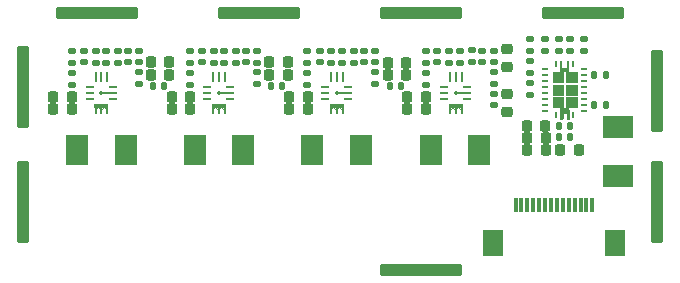
<source format=gbr>
G04 #@! TF.GenerationSoftware,KiCad,Pcbnew,(6.0.4)*
G04 #@! TF.CreationDate,2022-07-06T17:35:23+08:00*
G04 #@! TF.ProjectId,MP2145S_EVB,4d503231-3435-4535-9f45-56422e6b6963,rev?*
G04 #@! TF.SameCoordinates,PX5e56640PY77750e0*
G04 #@! TF.FileFunction,Paste,Bot*
G04 #@! TF.FilePolarity,Positive*
%FSLAX46Y46*%
G04 Gerber Fmt 4.6, Leading zero omitted, Abs format (unit mm)*
G04 Created by KiCad (PCBNEW (6.0.4)) date 2022-07-06 17:35:23*
%MOMM*%
%LPD*%
G01*
G04 APERTURE LIST*
G04 Aperture macros list*
%AMRoundRect*
0 Rectangle with rounded corners*
0 $1 Rounding radius*
0 $2 $3 $4 $5 $6 $7 $8 $9 X,Y pos of 4 corners*
0 Add a 4 corners polygon primitive as box body*
4,1,4,$2,$3,$4,$5,$6,$7,$8,$9,$2,$3,0*
0 Add four circle primitives for the rounded corners*
1,1,$1+$1,$2,$3*
1,1,$1+$1,$4,$5*
1,1,$1+$1,$6,$7*
1,1,$1+$1,$8,$9*
0 Add four rect primitives between the rounded corners*
20,1,$1+$1,$2,$3,$4,$5,0*
20,1,$1+$1,$4,$5,$6,$7,0*
20,1,$1+$1,$6,$7,$8,$9,0*
20,1,$1+$1,$8,$9,$2,$3,0*%
%AMOutline4P*
0 Free polygon, 4 corners , with rotation*
0 The origin of the aperture is its center*
0 number of corners: always 4*
0 $1 to $8 corner X, Y*
0 $9 Rotation angle, in degrees counterclockwise*
0 create outline with 4 corners*
4,1,4,$1,$2,$3,$4,$5,$6,$7,$8,$1,$2,$9*%
G04 Aperture macros list end*
%ADD10C,0.010000*%
%ADD11RoundRect,0.225000X0.225000X0.250000X-0.225000X0.250000X-0.225000X-0.250000X0.225000X-0.250000X0*%
%ADD12RoundRect,0.140000X0.140000X0.170000X-0.140000X0.170000X-0.140000X-0.170000X0.140000X-0.170000X0*%
%ADD13RoundRect,0.140000X-0.170000X0.140000X-0.170000X-0.140000X0.170000X-0.140000X0.170000X0.140000X0*%
%ADD14RoundRect,0.140000X0.170000X-0.140000X0.170000X0.140000X-0.170000X0.140000X-0.170000X-0.140000X0*%
%ADD15RoundRect,0.140000X-0.140000X-0.170000X0.140000X-0.170000X0.140000X0.170000X-0.140000X0.170000X0*%
%ADD16RoundRect,0.225000X-0.225000X-0.250000X0.225000X-0.250000X0.225000X0.250000X-0.225000X0.250000X0*%
%ADD17R,2.500000X1.900000*%
%ADD18RoundRect,0.135000X0.185000X-0.135000X0.185000X0.135000X-0.185000X0.135000X-0.185000X-0.135000X0*%
%ADD19RoundRect,0.135000X-0.135000X-0.185000X0.135000X-0.185000X0.135000X0.185000X-0.135000X0.185000X0*%
%ADD20RoundRect,0.135000X-0.185000X0.135000X-0.185000X-0.135000X0.185000X-0.135000X0.185000X0.135000X0*%
%ADD21R,0.240000X0.600000*%
%ADD22R,0.600000X0.240000*%
%ADD23R,0.240000X0.990000*%
%ADD24R,0.517500X0.427500*%
%ADD25R,1.800000X2.200000*%
%ADD26R,0.300000X1.300000*%
%ADD27RoundRect,0.225000X-0.250000X0.225000X-0.250000X-0.225000X0.250000X-0.225000X0.250000X0.225000X0*%
%ADD28RoundRect,0.225000X0.250000X-0.225000X0.250000X0.225000X-0.250000X0.225000X-0.250000X-0.225000X0*%
%ADD29R,1.900000X2.500000*%
%ADD30O,0.750000X0.250000*%
%ADD31O,0.250000X0.900000*%
%ADD32O,0.500000X0.300000*%
%ADD33Outline4P,-0.050000X-0.150000X0.050000X-0.150000X0.050000X0.150000X-0.050000X0.150000X225.000000*%
%ADD34Outline4P,-0.050000X-0.150000X0.050000X-0.150000X0.050000X0.150000X-0.050000X0.150000X45.000000*%
%ADD35Outline4P,-0.050000X-0.150000X0.050000X-0.150000X0.050000X0.150000X-0.050000X0.150000X135.000000*%
%ADD36RoundRect,0.100000X-0.525000X-0.100000X0.525000X-0.100000X0.525000X0.100000X-0.525000X0.100000X0*%
%ADD37RoundRect,0.147500X-0.172500X0.147500X-0.172500X-0.147500X0.172500X-0.147500X0.172500X0.147500X0*%
%ADD38RoundRect,0.275000X3.225000X0.275000X-3.225000X0.275000X-3.225000X-0.275000X3.225000X-0.275000X0*%
%ADD39RoundRect,0.275000X0.275000X-3.225000X0.275000X3.225000X-0.275000X3.225000X-0.275000X-3.225000X0*%
G04 APERTURE END LIST*
G04 #@! TO.C,U1*
G36*
X58090000Y25895000D02*
G01*
X57170000Y25895000D01*
X57170000Y26745000D01*
X58090000Y26745000D01*
X58090000Y25895000D01*
G37*
D10*
X58090000Y25895000D02*
X57170000Y25895000D01*
X57170000Y26745000D01*
X58090000Y26745000D01*
X58090000Y25895000D01*
G36*
X56970000Y24845000D02*
G01*
X56050000Y24845000D01*
X56050000Y25695000D01*
X56970000Y25695000D01*
X56970000Y24845000D01*
G37*
X56970000Y24845000D02*
X56050000Y24845000D01*
X56050000Y25695000D01*
X56970000Y25695000D01*
X56970000Y24845000D01*
G36*
X58090000Y26945000D02*
G01*
X57170000Y26945000D01*
X57170000Y27795000D01*
X58090000Y27795000D01*
X58090000Y26945000D01*
G37*
X58090000Y26945000D02*
X57170000Y26945000D01*
X57170000Y27795000D01*
X58090000Y27795000D01*
X58090000Y26945000D01*
G36*
X56970000Y26945000D02*
G01*
X56050000Y26945000D01*
X56050000Y27795000D01*
X56970000Y27795000D01*
X56970000Y26945000D01*
G37*
X56970000Y26945000D02*
X56050000Y26945000D01*
X56050000Y27795000D01*
X56970000Y27795000D01*
X56970000Y26945000D01*
G36*
X58090000Y24845000D02*
G01*
X57170000Y24845000D01*
X57170000Y25695000D01*
X58090000Y25695000D01*
X58090000Y24845000D01*
G37*
X58090000Y24845000D02*
X57170000Y24845000D01*
X57170000Y25695000D01*
X58090000Y25695000D01*
X58090000Y24845000D01*
G36*
X56970000Y25895000D02*
G01*
X56050000Y25895000D01*
X56050000Y26745000D01*
X56970000Y26745000D01*
X56970000Y25895000D01*
G37*
X56970000Y25895000D02*
X56050000Y25895000D01*
X56050000Y26745000D01*
X56970000Y26745000D01*
X56970000Y25895000D01*
G36*
X57445000Y23920000D02*
G01*
X57444931Y23917383D01*
X57444726Y23914774D01*
X57444384Y23912178D01*
X57443907Y23909604D01*
X57443296Y23907059D01*
X57442553Y23904549D01*
X57441679Y23902082D01*
X57440677Y23899663D01*
X57439550Y23897300D01*
X57438301Y23895000D01*
X57436934Y23892768D01*
X57435451Y23890611D01*
X57433857Y23888534D01*
X57432157Y23886543D01*
X57430355Y23884645D01*
X57428457Y23882843D01*
X57426466Y23881143D01*
X57424389Y23879549D01*
X57422232Y23878066D01*
X57420000Y23876699D01*
X57417700Y23875450D01*
X57415337Y23874323D01*
X57412918Y23873321D01*
X57410451Y23872447D01*
X57407941Y23871704D01*
X57405396Y23871093D01*
X57402822Y23870616D01*
X57400226Y23870274D01*
X57397617Y23870069D01*
X57395000Y23870000D01*
X57295000Y23870000D01*
X57292383Y23870069D01*
X57289774Y23870274D01*
X57287178Y23870616D01*
X57284604Y23871093D01*
X57282059Y23871704D01*
X57279549Y23872447D01*
X57277082Y23873321D01*
X57274663Y23874323D01*
X57272300Y23875450D01*
X57270000Y23876699D01*
X57267768Y23878066D01*
X57265611Y23879549D01*
X57263534Y23881143D01*
X57261543Y23882843D01*
X57259645Y23884645D01*
X57257843Y23886543D01*
X57256143Y23888534D01*
X57254549Y23890611D01*
X57253066Y23892768D01*
X57251699Y23895000D01*
X57250450Y23897300D01*
X57249323Y23899663D01*
X57248321Y23902082D01*
X57247447Y23904549D01*
X57246704Y23907059D01*
X57246093Y23909604D01*
X57245616Y23912178D01*
X57245274Y23914774D01*
X57245069Y23917383D01*
X57245000Y23920000D01*
X57245000Y24395000D01*
X56895000Y24395000D01*
X56895000Y23920000D01*
X56894931Y23917383D01*
X56894726Y23914774D01*
X56894384Y23912178D01*
X56893907Y23909604D01*
X56893296Y23907059D01*
X56892553Y23904549D01*
X56891679Y23902082D01*
X56890677Y23899663D01*
X56889550Y23897300D01*
X56888301Y23895000D01*
X56886934Y23892768D01*
X56885451Y23890611D01*
X56883857Y23888534D01*
X56882157Y23886543D01*
X56880355Y23884645D01*
X56878457Y23882843D01*
X56876466Y23881143D01*
X56874389Y23879549D01*
X56872232Y23878066D01*
X56870000Y23876699D01*
X56867700Y23875450D01*
X56865337Y23874323D01*
X56862918Y23873321D01*
X56860451Y23872447D01*
X56857941Y23871704D01*
X56855396Y23871093D01*
X56852822Y23870616D01*
X56850226Y23870274D01*
X56847617Y23870069D01*
X56845000Y23870000D01*
X56745000Y23870000D01*
X56742383Y23870069D01*
X56739774Y23870274D01*
X56737178Y23870616D01*
X56734604Y23871093D01*
X56732059Y23871704D01*
X56729549Y23872447D01*
X56727082Y23873321D01*
X56724663Y23874323D01*
X56722300Y23875450D01*
X56720000Y23876699D01*
X56717768Y23878066D01*
X56715611Y23879549D01*
X56713534Y23881143D01*
X56711543Y23882843D01*
X56709645Y23884645D01*
X56707843Y23886543D01*
X56706143Y23888534D01*
X56704549Y23890611D01*
X56703066Y23892768D01*
X56701699Y23895000D01*
X56700450Y23897300D01*
X56699323Y23899663D01*
X56698321Y23902082D01*
X56697447Y23904549D01*
X56696704Y23907059D01*
X56696093Y23909604D01*
X56695616Y23912178D01*
X56695274Y23914774D01*
X56695069Y23917383D01*
X56695000Y23920000D01*
X56695000Y24645000D01*
X57445000Y24645000D01*
X57445000Y23920000D01*
G37*
X57445000Y23920000D02*
X57444931Y23917383D01*
X57444726Y23914774D01*
X57444384Y23912178D01*
X57443907Y23909604D01*
X57443296Y23907059D01*
X57442553Y23904549D01*
X57441679Y23902082D01*
X57440677Y23899663D01*
X57439550Y23897300D01*
X57438301Y23895000D01*
X57436934Y23892768D01*
X57435451Y23890611D01*
X57433857Y23888534D01*
X57432157Y23886543D01*
X57430355Y23884645D01*
X57428457Y23882843D01*
X57426466Y23881143D01*
X57424389Y23879549D01*
X57422232Y23878066D01*
X57420000Y23876699D01*
X57417700Y23875450D01*
X57415337Y23874323D01*
X57412918Y23873321D01*
X57410451Y23872447D01*
X57407941Y23871704D01*
X57405396Y23871093D01*
X57402822Y23870616D01*
X57400226Y23870274D01*
X57397617Y23870069D01*
X57395000Y23870000D01*
X57295000Y23870000D01*
X57292383Y23870069D01*
X57289774Y23870274D01*
X57287178Y23870616D01*
X57284604Y23871093D01*
X57282059Y23871704D01*
X57279549Y23872447D01*
X57277082Y23873321D01*
X57274663Y23874323D01*
X57272300Y23875450D01*
X57270000Y23876699D01*
X57267768Y23878066D01*
X57265611Y23879549D01*
X57263534Y23881143D01*
X57261543Y23882843D01*
X57259645Y23884645D01*
X57257843Y23886543D01*
X57256143Y23888534D01*
X57254549Y23890611D01*
X57253066Y23892768D01*
X57251699Y23895000D01*
X57250450Y23897300D01*
X57249323Y23899663D01*
X57248321Y23902082D01*
X57247447Y23904549D01*
X57246704Y23907059D01*
X57246093Y23909604D01*
X57245616Y23912178D01*
X57245274Y23914774D01*
X57245069Y23917383D01*
X57245000Y23920000D01*
X57245000Y24395000D01*
X56895000Y24395000D01*
X56895000Y23920000D01*
X56894931Y23917383D01*
X56894726Y23914774D01*
X56894384Y23912178D01*
X56893907Y23909604D01*
X56893296Y23907059D01*
X56892553Y23904549D01*
X56891679Y23902082D01*
X56890677Y23899663D01*
X56889550Y23897300D01*
X56888301Y23895000D01*
X56886934Y23892768D01*
X56885451Y23890611D01*
X56883857Y23888534D01*
X56882157Y23886543D01*
X56880355Y23884645D01*
X56878457Y23882843D01*
X56876466Y23881143D01*
X56874389Y23879549D01*
X56872232Y23878066D01*
X56870000Y23876699D01*
X56867700Y23875450D01*
X56865337Y23874323D01*
X56862918Y23873321D01*
X56860451Y23872447D01*
X56857941Y23871704D01*
X56855396Y23871093D01*
X56852822Y23870616D01*
X56850226Y23870274D01*
X56847617Y23870069D01*
X56845000Y23870000D01*
X56745000Y23870000D01*
X56742383Y23870069D01*
X56739774Y23870274D01*
X56737178Y23870616D01*
X56734604Y23871093D01*
X56732059Y23871704D01*
X56729549Y23872447D01*
X56727082Y23873321D01*
X56724663Y23874323D01*
X56722300Y23875450D01*
X56720000Y23876699D01*
X56717768Y23878066D01*
X56715611Y23879549D01*
X56713534Y23881143D01*
X56711543Y23882843D01*
X56709645Y23884645D01*
X56707843Y23886543D01*
X56706143Y23888534D01*
X56704549Y23890611D01*
X56703066Y23892768D01*
X56701699Y23895000D01*
X56700450Y23897300D01*
X56699323Y23899663D01*
X56698321Y23902082D01*
X56697447Y23904549D01*
X56696704Y23907059D01*
X56696093Y23909604D01*
X56695616Y23912178D01*
X56695274Y23914774D01*
X56695069Y23917383D01*
X56695000Y23920000D01*
X56695000Y24645000D01*
X57445000Y24645000D01*
X57445000Y23920000D01*
G04 #@! TD*
D11*
G04 #@! TO.C,C1*
X58255000Y21210000D03*
X56705000Y21210000D03*
G04 #@! TD*
D12*
G04 #@! TO.C,C2*
X57520000Y22320000D03*
X56560000Y22320000D03*
G04 #@! TD*
D13*
G04 #@! TO.C,C3*
X56600000Y30610000D03*
X56600000Y29650000D03*
G04 #@! TD*
D14*
G04 #@! TO.C,C4*
X58680000Y29650000D03*
X58680000Y30610000D03*
G04 #@! TD*
G04 #@! TO.C,C5*
X54140000Y29650000D03*
X54140000Y30610000D03*
G04 #@! TD*
D12*
G04 #@! TO.C,C6*
X57520000Y23240000D03*
X56560000Y23240000D03*
G04 #@! TD*
D15*
G04 #@! TO.C,C39*
X59580000Y25060000D03*
X60540000Y25060000D03*
G04 #@! TD*
D16*
G04 #@! TO.C,C40*
X53895000Y23250000D03*
X55445000Y23250000D03*
G04 #@! TD*
G04 #@! TO.C,C41*
X53905000Y22230000D03*
X55455000Y22230000D03*
G04 #@! TD*
D17*
G04 #@! TO.C,L1*
X61620000Y19070000D03*
X61620000Y23170000D03*
G04 #@! TD*
D18*
G04 #@! TO.C,R1*
X54140000Y27710000D03*
X54140000Y28730000D03*
G04 #@! TD*
G04 #@! TO.C,R2*
X55420000Y29620000D03*
X55420000Y30640000D03*
G04 #@! TD*
D19*
G04 #@! TO.C,R7*
X59550000Y27570000D03*
X60570000Y27570000D03*
G04 #@! TD*
D20*
G04 #@! TO.C,R8*
X54140000Y26940000D03*
X54140000Y25920000D03*
G04 #@! TD*
D18*
G04 #@! TO.C,R34*
X57560000Y29620000D03*
X57560000Y30640000D03*
G04 #@! TD*
D21*
G04 #@! TO.C,U1*
X57820000Y28470000D03*
D22*
X58720000Y28070000D03*
X58720000Y27570000D03*
X58720000Y27070000D03*
X58720000Y26570000D03*
X58720000Y26070000D03*
X58720000Y25570000D03*
X58720000Y25070000D03*
X58720000Y24570000D03*
D21*
X57820000Y24170000D03*
X56320000Y24170000D03*
D22*
X55420000Y24570000D03*
X55420000Y25070000D03*
X55420000Y25570000D03*
X55420000Y26070000D03*
X55420000Y26570000D03*
X55420000Y27070000D03*
X55420000Y27570000D03*
X55420000Y28070000D03*
D21*
X56320000Y28470000D03*
D23*
X56790000Y28275000D03*
D24*
X57070000Y24580000D03*
D23*
X57340000Y28275000D03*
X57340000Y24360000D03*
X56790000Y24360000D03*
D24*
X57070000Y28040000D03*
G04 #@! TD*
D25*
G04 #@! TO.C,J1*
X51020000Y13355000D03*
X61320000Y13355000D03*
D26*
X59420000Y16605000D03*
X58920000Y16605000D03*
X58420000Y16605000D03*
X57920000Y16605000D03*
X57420000Y16605000D03*
X56920000Y16605000D03*
X56420000Y16605000D03*
X55920000Y16605000D03*
X55420000Y16605000D03*
X54920000Y16605000D03*
X54420000Y16605000D03*
X53920000Y16605000D03*
X53420000Y16605000D03*
X52920000Y16605000D03*
G04 #@! TD*
D16*
G04 #@! TO.C,C42*
X53905000Y21210000D03*
X55455000Y21210000D03*
G04 #@! TD*
G04 #@! TO.C,C7*
X42095000Y28630000D03*
X43645000Y28630000D03*
G04 #@! TD*
G04 #@! TO.C,C8*
X32085000Y27620000D03*
X33635000Y27620000D03*
G04 #@! TD*
D13*
G04 #@! TO.C,C9*
X51070000Y25960000D03*
X51070000Y25000000D03*
G04 #@! TD*
D14*
G04 #@! TO.C,C10*
X20090000Y28660000D03*
X20090000Y29620000D03*
G04 #@! TD*
D13*
G04 #@! TO.C,C11*
X16340000Y29620000D03*
X16340000Y28660000D03*
G04 #@! TD*
D11*
G04 #@! TO.C,C12*
X15345000Y25720001D03*
X13795000Y25720001D03*
G04 #@! TD*
G04 #@! TO.C,C13*
X15330000Y24690000D03*
X13780000Y24690000D03*
G04 #@! TD*
D16*
G04 #@! TO.C,C14*
X22065000Y28640000D03*
X23615000Y28640000D03*
G04 #@! TD*
G04 #@! TO.C,C15*
X32084999Y28639999D03*
X33634999Y28639999D03*
G04 #@! TD*
D27*
G04 #@! TO.C,C16*
X52230000Y25985000D03*
X52230000Y24435000D03*
G04 #@! TD*
D16*
G04 #@! TO.C,C17*
X42095000Y27610000D03*
X43645000Y27610000D03*
G04 #@! TD*
D15*
G04 #@! TO.C,C18*
X22230000Y26630000D03*
X23190000Y26630000D03*
G04 #@! TD*
G04 #@! TO.C,C19*
X32210000Y26650000D03*
X33170000Y26650000D03*
G04 #@! TD*
D14*
G04 #@! TO.C,C20*
X30119999Y28660000D03*
X30119999Y29620000D03*
G04 #@! TD*
G04 #@! TO.C,C21*
X40100000Y28660000D03*
X40100000Y29620000D03*
G04 #@! TD*
D13*
G04 #@! TO.C,C22*
X26350000Y29620000D03*
X26350000Y28660000D03*
G04 #@! TD*
G04 #@! TO.C,C23*
X36320000Y29620000D03*
X36320000Y28660000D03*
G04 #@! TD*
D11*
G04 #@! TO.C,C24*
X25355000Y24700000D03*
X23805000Y24700000D03*
G04 #@! TD*
G04 #@! TO.C,C25*
X35315000Y25720001D03*
X33765000Y25720001D03*
G04 #@! TD*
G04 #@! TO.C,C26*
X25355000Y25720001D03*
X23805000Y25720001D03*
G04 #@! TD*
G04 #@! TO.C,C27*
X35315000Y24700000D03*
X33765000Y24700000D03*
G04 #@! TD*
D28*
G04 #@! TO.C,C28*
X52230000Y28245000D03*
X52230000Y29795000D03*
G04 #@! TD*
D16*
G04 #@! TO.C,C29*
X22065000Y27620000D03*
X23615000Y27620000D03*
G04 #@! TD*
D15*
G04 #@! TO.C,C30*
X42260000Y26650000D03*
X43220000Y26650000D03*
G04 #@! TD*
D14*
G04 #@! TO.C,C31*
X50100000Y28670000D03*
X50100000Y29630000D03*
G04 #@! TD*
D13*
G04 #@! TO.C,C32*
X46280000Y29620000D03*
X46280000Y28660000D03*
G04 #@! TD*
D11*
G04 #@! TO.C,C33*
X45315000Y24700000D03*
X43765000Y24700000D03*
G04 #@! TD*
G04 #@! TO.C,C34*
X45315000Y25720001D03*
X43765000Y25720001D03*
G04 #@! TD*
D29*
G04 #@! TO.C,L2*
X19920000Y21200000D03*
X15820000Y21200000D03*
G04 #@! TD*
G04 #@! TO.C,L3*
X29860000Y21200000D03*
X25760000Y21200000D03*
G04 #@! TD*
G04 #@! TO.C,L4*
X39820000Y21200000D03*
X35720000Y21200000D03*
G04 #@! TD*
G04 #@! TO.C,L5*
X49830000Y21200000D03*
X45730000Y21200000D03*
G04 #@! TD*
D20*
G04 #@! TO.C,R3*
X18280000Y29650000D03*
X18280000Y28630000D03*
G04 #@! TD*
D18*
G04 #@! TO.C,R4*
X19220000Y28630000D03*
X19220000Y29650000D03*
G04 #@! TD*
G04 #@! TO.C,R5*
X21020000Y26800000D03*
X21020000Y27820000D03*
G04 #@! TD*
D20*
G04 #@! TO.C,R6*
X17360000Y29650000D03*
X17360000Y28630000D03*
G04 #@! TD*
D18*
G04 #@! TO.C,R9*
X15330000Y26770000D03*
X15330000Y27790000D03*
G04 #@! TD*
G04 #@! TO.C,R10*
X15330000Y28630000D03*
X15330000Y29650000D03*
G04 #@! TD*
D20*
G04 #@! TO.C,R11*
X28250000Y29650000D03*
X28250000Y28630000D03*
G04 #@! TD*
D18*
G04 #@! TO.C,R12*
X29239999Y28630000D03*
X29239999Y29650000D03*
G04 #@! TD*
D20*
G04 #@! TO.C,R13*
X38240000Y29650000D03*
X38240000Y28630000D03*
G04 #@! TD*
D18*
G04 #@! TO.C,R14*
X39230000Y28630000D03*
X39230000Y29650000D03*
G04 #@! TD*
G04 #@! TO.C,R15*
X31010000Y26800000D03*
X31010000Y27820000D03*
G04 #@! TD*
G04 #@! TO.C,R16*
X41060000Y26800000D03*
X41060000Y27820000D03*
G04 #@! TD*
D20*
G04 #@! TO.C,R17*
X27350001Y29650000D03*
X27350001Y28630000D03*
G04 #@! TD*
G04 #@! TO.C,R18*
X37320000Y29650000D03*
X37320000Y28630000D03*
G04 #@! TD*
D18*
G04 #@! TO.C,R19*
X25349999Y26770000D03*
X25349999Y27790000D03*
G04 #@! TD*
G04 #@! TO.C,R20*
X25350000Y28630000D03*
X25350000Y29650000D03*
G04 #@! TD*
G04 #@! TO.C,R21*
X35280000Y26770000D03*
X35280000Y27790000D03*
G04 #@! TD*
G04 #@! TO.C,R22*
X35280000Y28630000D03*
X35280000Y29650000D03*
G04 #@! TD*
D20*
G04 #@! TO.C,R23*
X48250000Y29650000D03*
X48250000Y28630000D03*
G04 #@! TD*
D18*
G04 #@! TO.C,R24*
X49220000Y28640000D03*
X49220000Y29660000D03*
G04 #@! TD*
G04 #@! TO.C,R25*
X51080000Y26800000D03*
X51080000Y27820000D03*
G04 #@! TD*
D20*
G04 #@! TO.C,R26*
X47310000Y29650000D03*
X47310000Y28630000D03*
G04 #@! TD*
D18*
G04 #@! TO.C,R27*
X45300000Y26770000D03*
X45300000Y27790000D03*
G04 #@! TD*
G04 #@! TO.C,R28*
X45300000Y28630000D03*
X45300000Y29650000D03*
G04 #@! TD*
D30*
G04 #@! TO.C,U2*
X16885000Y25540000D03*
X16885000Y26040000D03*
X16885000Y26540000D03*
D31*
X17360000Y27390000D03*
X17860000Y27390000D03*
X18360000Y27390000D03*
D30*
X18835000Y26540000D03*
X18430000Y26040000D03*
X18835000Y26040000D03*
X18190000Y26040000D03*
D32*
X17860000Y26040000D03*
D30*
X18835000Y25540000D03*
D33*
X18240000Y24720000D03*
D34*
X17730000Y24730000D03*
D35*
X17990000Y24730000D03*
D31*
X18360000Y24690000D03*
D36*
X17860000Y24940000D03*
D35*
X17490000Y24730000D03*
D31*
X17860000Y24690000D03*
X17360000Y24690000D03*
G04 #@! TD*
D30*
G04 #@! TO.C,U3*
X26805000Y25529999D03*
X26805000Y26029999D03*
X26805000Y26529999D03*
D31*
X27280000Y27379999D03*
X27780000Y27379999D03*
X28280000Y27379999D03*
D30*
X28755000Y26529999D03*
D32*
X27780000Y26029999D03*
D30*
X28110000Y26029999D03*
X28755000Y26029999D03*
X28350000Y26029999D03*
X28755000Y25529999D03*
D35*
X27410000Y24719999D03*
D31*
X28280000Y24679999D03*
D33*
X28160000Y24709999D03*
D34*
X27650000Y24719999D03*
D35*
X27910000Y24719999D03*
D36*
X27780000Y24929999D03*
D31*
X27780000Y24679999D03*
X27280000Y24679999D03*
G04 #@! TD*
D30*
G04 #@! TO.C,U4*
X36795000Y25529999D03*
X36795000Y26029999D03*
X36795000Y26529999D03*
D31*
X37270000Y27379999D03*
X37770000Y27379999D03*
X38270000Y27379999D03*
D30*
X38745000Y26529999D03*
D32*
X37770000Y26029999D03*
D30*
X38340000Y26029999D03*
X38100000Y26029999D03*
X38745000Y26029999D03*
X38745000Y25529999D03*
D35*
X37900000Y24719999D03*
D31*
X38270000Y24679999D03*
D36*
X37770000Y24929999D03*
D33*
X38150000Y24709999D03*
D35*
X37400000Y24719999D03*
D34*
X37640000Y24719999D03*
D31*
X37770000Y24679999D03*
X37270000Y24679999D03*
G04 #@! TD*
D30*
G04 #@! TO.C,U5*
X46895000Y25529999D03*
X46895000Y26029999D03*
X46895000Y26529999D03*
D31*
X47370000Y27379999D03*
X47870000Y27379999D03*
X48370000Y27379999D03*
D30*
X48845000Y26529999D03*
X48845000Y26029999D03*
X48440000Y26029999D03*
D32*
X47870000Y26029999D03*
D30*
X48200000Y26029999D03*
X48845000Y25529999D03*
D36*
X47870000Y24929999D03*
D31*
X48370000Y24679999D03*
D34*
X47740000Y24719999D03*
D33*
X48250000Y24709999D03*
D35*
X48000000Y24719999D03*
X47500000Y24719999D03*
D31*
X47870000Y24679999D03*
X47370000Y24679999D03*
G04 #@! TD*
D37*
G04 #@! TO.C,D1*
X21020000Y29625000D03*
X21020000Y28655000D03*
G04 #@! TD*
G04 #@! TO.C,D2*
X31010000Y29605000D03*
X31010000Y28635000D03*
G04 #@! TD*
G04 #@! TO.C,D3*
X41060000Y29625000D03*
X41060000Y28655000D03*
G04 #@! TD*
G04 #@! TO.C,D4*
X51080000Y29635000D03*
X51080000Y28665000D03*
G04 #@! TD*
D38*
G04 #@! TO.C,J2*
X58640000Y32810000D03*
G04 #@! TD*
D39*
G04 #@! TO.C,J3*
X64920000Y16860000D03*
G04 #@! TD*
D38*
G04 #@! TO.C,J4*
X44933334Y32810000D03*
G04 #@! TD*
D39*
G04 #@! TO.C,J6*
X64920000Y26220000D03*
G04 #@! TD*
G04 #@! TO.C,J7*
X11190000Y16860000D03*
G04 #@! TD*
D38*
G04 #@! TO.C,J8*
X31226668Y32810000D03*
G04 #@! TD*
G04 #@! TO.C,J9*
X44933334Y11090000D03*
G04 #@! TD*
D39*
G04 #@! TO.C,J10*
X11190000Y26530000D03*
G04 #@! TD*
D38*
G04 #@! TO.C,J11*
X17520000Y32810000D03*
G04 #@! TD*
M02*

</source>
